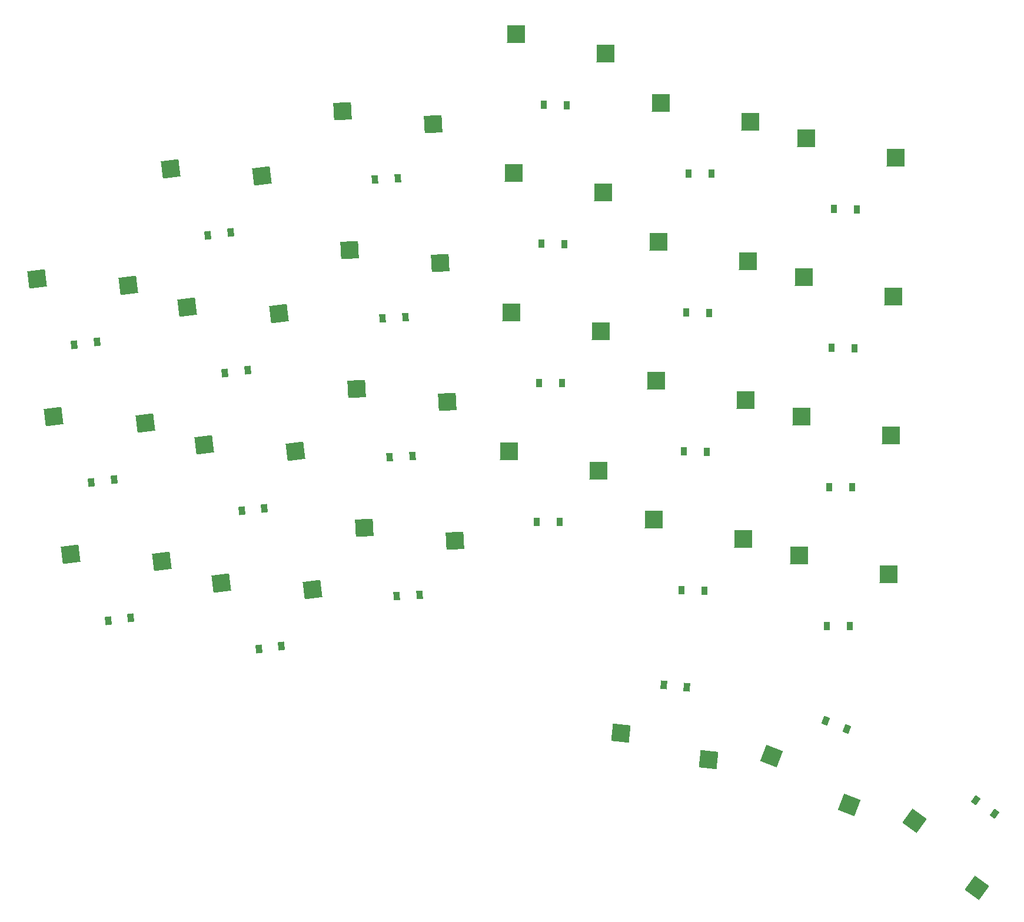
<source format=gbr>
%TF.GenerationSoftware,KiCad,Pcbnew,9.0.0*%
%TF.CreationDate,2025-03-06T12:11:22-05:00*%
%TF.ProjectId,proto1,70726f74-6f31-42e6-9b69-6361645f7063,v1.0.0*%
%TF.SameCoordinates,Original*%
%TF.FileFunction,Paste,Top*%
%TF.FilePolarity,Positive*%
%FSLAX46Y46*%
G04 Gerber Fmt 4.6, Leading zero omitted, Abs format (unit mm)*
G04 Created by KiCad (PCBNEW 9.0.0) date 2025-03-06 12:11:22*
%MOMM*%
%LPD*%
G01*
G04 APERTURE LIST*
G04 Aperture macros list*
%AMRotRect*
0 Rectangle, with rotation*
0 The origin of the aperture is its center*
0 $1 length*
0 $2 width*
0 $3 Rotation angle, in degrees counterclockwise*
0 Add horizontal line*
21,1,$1,$2,0,0,$3*%
G04 Aperture macros list end*
%ADD10RotRect,2.550000X2.500000X7.000000*%
%ADD11RotRect,2.550000X2.500000X3.000000*%
%ADD12RotRect,2.550000X2.500000X359.000000*%
%ADD13RotRect,2.550000X2.500000X174.000000*%
%ADD14RotRect,2.550000X2.500000X159.000000*%
%ADD15RotRect,2.550000X2.500000X144.000000*%
%ADD16RotRect,0.900000X1.200000X7.000000*%
%ADD17RotRect,0.900000X1.200000X3.000000*%
%ADD18RotRect,0.900000X1.200000X359.000000*%
%ADD19RotRect,0.900000X1.200000X174.000000*%
%ADD20RotRect,0.900000X1.200000X159.000000*%
%ADD21RotRect,0.900000X1.200000X144.000000*%
G04 APERTURE END LIST*
D10*
%TO.C,S1*%
X149680658Y-135226474D03*
X136540466Y-134280812D03*
%TD*%
%TO.C,S2*%
X147243271Y-115375551D03*
X134103079Y-114429889D03*
%TD*%
%TO.C,S3*%
X144805884Y-95524628D03*
X131665692Y-94578966D03*
%TD*%
%TO.C,S4*%
X171340652Y-139317277D03*
X158200460Y-138371615D03*
%TD*%
%TO.C,S5*%
X168903265Y-119466354D03*
X155763073Y-118520692D03*
%TD*%
%TO.C,S6*%
X166465878Y-99615431D03*
X153325686Y-98669769D03*
%TD*%
%TO.C,S7*%
X164028491Y-79764508D03*
X150888299Y-78818846D03*
%TD*%
D11*
%TO.C,S8*%
X191794490Y-132272483D03*
X178752273Y-130412511D03*
%TD*%
%TO.C,S9*%
X190747771Y-112299892D03*
X177705554Y-110439920D03*
%TD*%
%TO.C,S10*%
X189701052Y-92327301D03*
X176658835Y-90467329D03*
%TD*%
%TO.C,S11*%
X188654333Y-72354711D03*
X175612116Y-70494739D03*
%TD*%
D12*
%TO.C,S12*%
X212454412Y-122177803D03*
X199573710Y-119412583D03*
%TD*%
%TO.C,S13*%
X212803460Y-102180849D03*
X199922758Y-99415629D03*
%TD*%
%TO.C,S14*%
X213152508Y-82183895D03*
X200271806Y-79418675D03*
%TD*%
%TO.C,S15*%
X213501556Y-62186941D03*
X200620854Y-59421721D03*
%TD*%
%TO.C,S16*%
X233285416Y-132042857D03*
X220404714Y-129277637D03*
%TD*%
%TO.C,S17*%
X233634464Y-112045903D03*
X220753762Y-109280683D03*
%TD*%
%TO.C,S18*%
X233983512Y-92048949D03*
X221102810Y-89283729D03*
%TD*%
%TO.C,S19*%
X234332560Y-72051995D03*
X221451858Y-69286775D03*
%TD*%
%TO.C,S20*%
X254199318Y-137158634D03*
X241318616Y-134393414D03*
%TD*%
%TO.C,S21*%
X254548367Y-117161680D03*
X241667665Y-114396460D03*
%TD*%
%TO.C,S22*%
X254897415Y-97164726D03*
X242016713Y-94399506D03*
%TD*%
%TO.C,S23*%
X255246463Y-77167772D03*
X242365761Y-74402552D03*
%TD*%
D13*
%TO.C,S24*%
X215681400Y-159942709D03*
X228272082Y-163820035D03*
%TD*%
D14*
%TO.C,S25*%
X237381920Y-163276139D03*
X248540060Y-170280056D03*
%TD*%
D15*
%TO.C,S26*%
X257919971Y-172559803D03*
X266885159Y-182213006D03*
%TD*%
D16*
%TO.C,D1*%
X141929663Y-143774800D03*
X145205065Y-143372632D03*
%TD*%
%TO.C,D2*%
X139492276Y-123923877D03*
X142767678Y-123521709D03*
%TD*%
%TO.C,D3*%
X137054889Y-104072954D03*
X140330291Y-103670786D03*
%TD*%
%TO.C,D4*%
X163589657Y-147865603D03*
X166865059Y-147463435D03*
%TD*%
%TO.C,D5*%
X161152270Y-128014680D03*
X164427672Y-127612512D03*
%TD*%
%TO.C,D6*%
X158714883Y-108163757D03*
X161990285Y-107761589D03*
%TD*%
%TO.C,D7*%
X156277496Y-88312834D03*
X159552898Y-87910666D03*
%TD*%
D17*
%TO.C,D8*%
X183466074Y-140259303D03*
X186761552Y-140086595D03*
%TD*%
%TO.C,D9*%
X182419355Y-120286713D03*
X185714833Y-120114005D03*
%TD*%
%TO.C,D10*%
X181372636Y-100314122D03*
X184668114Y-100141414D03*
%TD*%
%TO.C,D11*%
X180325917Y-80341531D03*
X183621395Y-80168823D03*
%TD*%
D18*
%TO.C,D12*%
X203589151Y-129564209D03*
X206888649Y-129621801D03*
%TD*%
%TO.C,D13*%
X203938199Y-109567255D03*
X207237697Y-109624847D03*
%TD*%
%TO.C,D14*%
X204287247Y-89570301D03*
X207586745Y-89627893D03*
%TD*%
%TO.C,D15*%
X204636295Y-69573347D03*
X207935793Y-69630939D03*
%TD*%
%TO.C,D16*%
X224420155Y-139429262D03*
X227719653Y-139486854D03*
%TD*%
%TO.C,D17*%
X224769203Y-119432308D03*
X228068701Y-119489900D03*
%TD*%
%TO.C,D18*%
X225118251Y-99435354D03*
X228417749Y-99492946D03*
%TD*%
%TO.C,D19*%
X225467299Y-79438400D03*
X228766797Y-79495992D03*
%TD*%
%TO.C,D20*%
X245334057Y-144545039D03*
X248633555Y-144602631D03*
%TD*%
%TO.C,D21*%
X245683106Y-124548085D03*
X248982604Y-124605677D03*
%TD*%
%TO.C,D22*%
X246032154Y-104551131D03*
X249331652Y-104608723D03*
%TD*%
%TO.C,D23*%
X246381202Y-84554177D03*
X249680700Y-84611769D03*
%TD*%
D19*
%TO.C,D24*%
X225156693Y-153357071D03*
X221874771Y-153012127D03*
%TD*%
D20*
%TO.C,D25*%
X248238839Y-159367287D03*
X245158023Y-158184673D03*
%TD*%
D21*
%TO.C,D26*%
X269418636Y-171594119D03*
X266748880Y-169654427D03*
%TD*%
M02*

</source>
